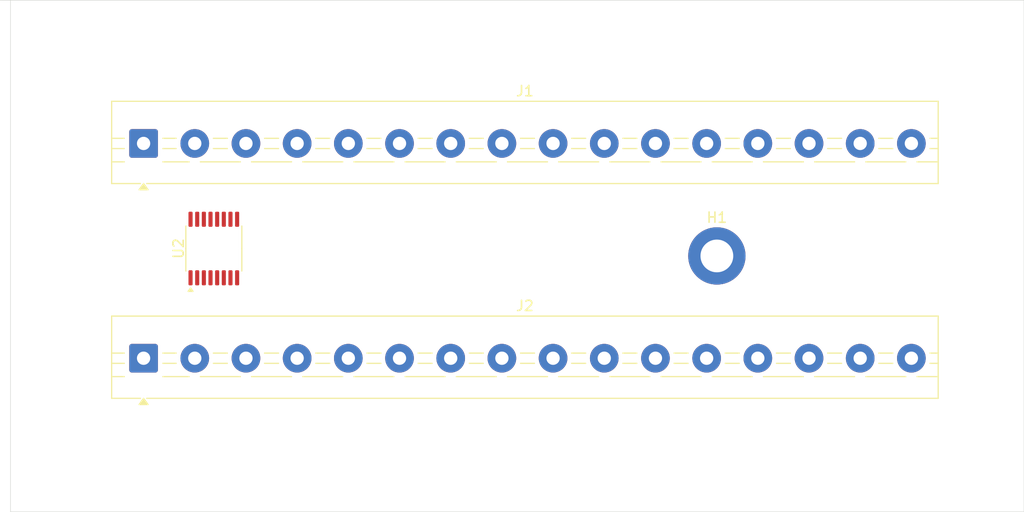
<source format=kicad_pcb>
(kicad_pcb (version 20241229) (generator "pcbnew") (generator_version "9.0")
  (layers (0 "F.Cu" signal) (2 "B.Cu" signal) (13 "F.Paste" user) (15 "B.Paste" user) (5 "F.SilkS" user "F.Silkscreen") (7 "B.SilkS" user "B.Silkscreen") (1 "F.Mask" user) (3 "B.Mask" user) (25 "Edge.Cuts" user))
  (net 0 "")
  (footprint "MountingHole:MountingHole_3.2mm_M3_DIN965_Pad" (layer "F.Cu") (at 170 124)
    (property "Reference" "H1" (at 0 -3.75 0) (layer "F.SilkS"))
    (property "Value" "MountingHole_3.2mm_M3_DIN965_Pad" (hide yes))
    (pad "1" thru_hole circle (at 0 0) (size 5.6 5.6) (drill 3.2) (layers "*.Cu" "*.Mask"))
  )
  (footprint "Package_SO:TSSOP-16_4.4x5mm_P0.65mm" (layer "F.Cu") (at 120.8625 123.275 90)
    (property "Reference" "U2" (at 0 -3.45 90) (layer "F.SilkS"))
    (property "Value" "DRV8833PW")
    (fp_line (start 0 -2.735) (end 2.2 -2.735) (stroke (width 0.12)) (layer "F.SilkS"))
    (fp_line (start 0 -2.735) (end -2.2 -2.735) (stroke (width 0.12)) (layer "F.SilkS"))
    (fp_line (start 0 2.735) (end 2.2 2.735) (stroke (width 0.12)) (layer "F.SilkS"))
    (fp_line (start 0 2.735) (end -2.2 2.735) (stroke (width 0.12)) (layer "F.SilkS"))
    (fp_poly (pts (xy -3.86 -2.275) (xy -4.19 -2.035) (xy -4.19 -2.515)) (stroke (width 0.12)) (fill yes) (layer "F.SilkS"))
    (pad "1" smd roundrect (at -2.8625 -2.275 90) (size 1.475 0.4) (layers "F.Cu" "F.Mask" "F.Paste"))
    (pad "2" smd roundrect (at -2.8625 -1.625 90) (size 1.475 0.4) (layers "F.Cu" "F.Mask" "F.Paste"))
    (pad "3" smd roundrect (at -2.8625 -0.975 90) (size 1.475 0.4) (layers "F.Cu" "F.Mask" "F.Paste"))
    (pad "4" smd roundrect (at -2.8625 -0.325 90) (size 1.475 0.4) (layers "F.Cu" "F.Mask" "F.Paste"))
    (pad "5" smd roundrect (at -2.8625 0.325 90) (size 1.475 0.4) (layers "F.Cu" "F.Mask" "F.Paste"))
    (pad "6" smd roundrect (at -2.8625 0.975 90) (size 1.475 0.4) (layers "F.Cu" "F.Mask" "F.Paste"))
    (pad "7" smd roundrect (at -2.8625 1.625 90) (size 1.475 0.4) (layers "F.Cu" "F.Mask" "F.Paste"))
    (pad "8" smd roundrect (at -2.8625 2.275 90) (size 1.475 0.4) (layers "F.Cu" "F.Mask" "F.Paste"))
    (pad "9" smd roundrect (at 2.8625 2.275 90) (size 1.475 0.4) (layers "F.Cu" "F.Mask" "F.Paste"))
    (pad "10" smd roundrect (at 2.8625 1.625 90) (size 1.475 0.4) (layers "F.Cu" "F.Mask" "F.Paste"))
    (pad "11" smd roundrect (at 2.8625 0.975 90) (size 1.475 0.4) (layers "F.Cu" "F.Mask" "F.Paste"))
    (pad "12" smd roundrect (at 2.8625 0.325 90) (size 1.475 0.4) (layers "F.Cu" "F.Mask" "F.Paste"))
    (pad "13" smd roundrect (at 2.8625 -0.325 90) (size 1.475 0.4) (layers "F.Cu" "F.Mask" "F.Paste"))
    (pad "14" smd roundrect (at 2.8625 -0.975 90) (size 1.475 0.4) (layers "F.Cu" "F.Mask" "F.Paste"))
    (pad "15" smd roundrect (at 2.8625 -1.625 90) (size 1.475 0.4) (layers "F.Cu" "F.Mask" "F.Paste"))
    (pad "16" smd roundrect (at 2.8625 -2.275 90) (size 1.475 0.4) (layers "F.Cu" "F.Mask" "F.Paste"))
  )
  (footprint "TerminalBlock:TerminalBlock_MaiXu_MX126-5.0-16P_1x16_P5.00mm" (layer "F.Cu") (at 114 113)
    (property "Reference" "J1" (at 37.25 -5.12 0) (layer "F.SilkS"))
    (property "Value" "Screw_Terminal_01x16" (hide yes))
    (fp_line (start -3.12 -4.12) (end 77.62 -4.12) (stroke (width 0.12)) (layer "F.SilkS"))
    (fp_line (start -3.12 -0.5) (end -1.88 -0.5) (stroke (width 0.12)) (layer "F.SilkS"))
    (fp_line (start -3.12 0.5) (end -1.88 0.5) (stroke (width 0.12)) (layer "F.SilkS"))
    (fp_line (start -3.12 1.8) (end -1.88 1.8) (stroke (width 0.12)) (layer "F.SilkS"))
    (fp_line (start -3.12 3.92) (end -3.12 -4.12) (stroke (width 0.12)) (layer "F.SilkS"))
    (fp_line (start -0.3 3.92) (end -3.12 3.92) (stroke (width 0.12)) (layer "F.SilkS"))
    (fp_line (start 1.88 -0.5) (end 3.188 -0.5) (stroke (width 0.12)) (layer "F.SilkS"))
    (fp_line (start 1.88 0.5) (end 3.188 0.5) (stroke (width 0.12)) (layer "F.SilkS"))
    (fp_line (start 1.88 1.8) (end 4.457 1.8) (stroke (width 0.12)) (layer "F.SilkS"))
    (fp_line (start 5.543 1.8) (end 9.457 1.8) (stroke (width 0.12)) (layer "F.SilkS"))
    (fp_line (start 6.812 -0.5) (end 8.188 -0.5) (stroke (width 0.12)) (layer "F.SilkS"))
    (fp_line (start 6.812 0.5) (end 8.188 0.5) (stroke (width 0.12)) (layer "F.SilkS"))
    (fp_line (start 10.543 1.8) (end 14.457 1.8) (stroke (width 0.12)) (layer "F.SilkS"))
    (fp_line (start 11.812 -0.5) (end 13.188 -0.5) (stroke (width 0.12)) (layer "F.SilkS"))
    (fp_line (start 11.812 0.5) (end 13.188 0.5) (stroke (width 0.12)) (layer "F.SilkS"))
    (fp_line (start 15.543 1.8) (end 19.457 1.8) (stroke (width 0.12)) (layer "F.SilkS"))
    (fp_line (start 16.812 -0.5) (end 18.188 -0.5) (stroke (width 0.12)) (layer "F.SilkS"))
    (fp_line (start 16.812 0.5) (end 18.188 0.5) (stroke (width 0.12)) (layer "F.SilkS"))
    (fp_line (start 20.543 1.8) (end 24.457 1.8) (stroke (width 0.12)) (layer "F.SilkS"))
    (fp_line (start 21.812 -0.5) (end 23.188 -0.5) (stroke (width 0.12)) (layer "F.SilkS"))
    (fp_line (start 21.812 0.5) (end 23.188 0.5) (stroke (width 0.12)) (layer "F.SilkS"))
    (fp_line (start 25.543 1.8) (end 29.457 1.8) (stroke (width 0.12)) (layer "F.SilkS"))
    (fp_line (start 26.812 -0.5) (end 28.188 -0.5) (stroke (width 0.12)) (layer "F.SilkS"))
    (fp_line (start 26.812 0.5) (end 28.188 0.5) (stroke (width 0.12)) (layer "F.SilkS"))
    (fp_line (start 30.543 1.8) (end 34.457 1.8) (stroke (width 0.12)) (layer "F.SilkS"))
    (fp_line (start 31.812 -0.5) (end 33.188 -0.5) (stroke (width 0.12)) (layer "F.SilkS"))
    (fp_line (start 31.812 0.5) (end 33.188 0.5) (stroke (width 0.12)) (layer "F.SilkS"))
    (fp_line (start 35.543 1.8) (end 39.457 1.8) (stroke (width 0.12)) (layer "F.SilkS"))
    (fp_line (start 36.812 -0.5) (end 38.188 -0.5) (stroke (width 0.12)) (layer "F.SilkS"))
    (fp_line (start 36.812 0.5) (end 38.188 0.5) (stroke (width 0.12)) (layer "F.SilkS"))
    (fp_line (start 40.543 1.8) (end 44.457 1.8) (stroke (width 0.12)) (layer "F.SilkS"))
    (fp_line (start 41.812 -0.5) (end 43.188 -0.5) (stroke (width 0.12)) (layer "F.SilkS"))
    (fp_line (start 41.812 0.5) (end 43.188 0.5) (stroke (width 0.12)) (layer "F.SilkS"))
    (fp_line (start 45.543 1.8) (end 49.457 1.8) (stroke (width 0.12)) (layer "F.SilkS"))
    (fp_line (start 46.812 -0.5) (end 48.188 -0.5) (stroke (width 0.12)) (layer "F.SilkS"))
    (fp_line (start 46.812 0.5) (end 48.188 0.5) (stroke (width 0.12)) (layer "F.SilkS"))
    (fp_line (start 50.543 1.8) (end 54.457 1.8) (stroke (width 0.12)) (layer "F.SilkS"))
    (fp_line (start 51.812 -0.5) (end 53.188 -0.5) (stroke (width 0.12)) (layer "F.SilkS"))
    (fp_line (start 51.812 0.5) (end 53.188 0.5) (stroke (width 0.12)) (layer "F.SilkS"))
    (fp_line (start 55.543 1.8) (end 59.457 1.8) (stroke (width 0.12)) (layer "F.SilkS"))
    (fp_line (start 56.812 -0.5) (end 58.188 -0.5) (stroke (width 0.12)) (layer "F.SilkS"))
    (fp_line (start 56.812 0.5) (end 58.188 0.5) (stroke (width 0.12)) (layer "F.SilkS"))
    (fp_line (start 60.543 1.8) (end 64.457 1.8) (stroke (width 0.12)) (layer "F.SilkS"))
    (fp_line (start 61.812 -0.5) (end 63.188 -0.5) (stroke (width 0.12)) (layer "F.SilkS"))
    (fp_line (start 61.812 0.5) (end 63.188 0.5) (stroke (width 0.12)) (layer "F.SilkS"))
    (fp_line (start 65.543 1.8) (end 69.457 1.8) (stroke (width 0.12)) (layer "F.SilkS"))
    (fp_line (start 66.812 -0.5) (end 68.188 -0.5) (stroke (width 0.12)) (layer "F.SilkS"))
    (fp_line (start 66.812 0.5) (end 68.188 0.5) (stroke (width 0.12)) (layer "F.SilkS"))
    (fp_line (start 70.543 1.8) (end 74.457 1.8) (stroke (width 0.12)) (layer "F.SilkS"))
    (fp_line (start 71.812 -0.5) (end 73.188 -0.5) (stroke (width 0.12)) (layer "F.SilkS"))
    (fp_line (start 71.812 0.5) (end 73.188 0.5) (stroke (width 0.12)) (layer "F.SilkS"))
    (fp_line (start 75.543 1.8) (end 77.62 1.8) (stroke (width 0.12)) (layer "F.SilkS"))
    (fp_line (start 76.812 -0.5) (end 77.62 -0.5) (stroke (width 0.12)) (layer "F.SilkS"))
    (fp_line (start 76.812 0.5) (end 77.62 0.5) (stroke (width 0.12)) (layer "F.SilkS"))
    (fp_line (start 77.62 -4.12) (end 77.62 3.92) (stroke (width 0.12)) (layer "F.SilkS"))
    (fp_line (start 77.62 3.92) (end 0.3 3.92) (stroke (width 0.12)) (layer "F.SilkS"))
    (fp_poly (pts (xy 0 3.92) (xy 0.44 4.53) (xy -0.44 4.53)) (stroke (width 0.12)) (fill yes) (layer "F.SilkS"))
    (pad "1" thru_hole roundrect (at 0 0) (size 2.8 2.8) (drill 1.3) (layers "*.Cu" "*.Mask") (roundrect_rratio 0.089286))
    (pad "2" thru_hole circle (at 5 0) (size 2.8 2.8) (drill 1.3) (layers "*.Cu" "*.Mask"))
    (pad "3" thru_hole circle (at 10 0) (size 2.8 2.8) (drill 1.3) (layers "*.Cu" "*.Mask"))
    (pad "4" thru_hole circle (at 15 0) (size 2.8 2.8) (drill 1.3) (layers "*.Cu" "*.Mask"))
    (pad "5" thru_hole circle (at 20 0) (size 2.8 2.8) (drill 1.3) (layers "*.Cu" "*.Mask"))
    (pad "6" thru_hole circle (at 25 0) (size 2.8 2.8) (drill 1.3) (layers "*.Cu" "*.Mask"))
    (pad "7" thru_hole circle (at 30 0) (size 2.8 2.8) (drill 1.3) (layers "*.Cu" "*.Mask"))
    (pad "8" thru_hole circle (at 35 0) (size 2.8 2.8) (drill 1.3) (layers "*.Cu" "*.Mask"))
    (pad "9" thru_hole circle (at 40 0) (size 2.8 2.8) (drill 1.3) (layers "*.Cu" "*.Mask"))
    (pad "10" thru_hole circle (at 45 0) (size 2.8 2.8) (drill 1.3) (layers "*.Cu" "*.Mask"))
    (pad "11" thru_hole circle (at 50 0) (size 2.8 2.8) (drill 1.3) (layers "*.Cu" "*.Mask"))
    (pad "12" thru_hole circle (at 55 0) (size 2.8 2.8) (drill 1.3) (layers "*.Cu" "*.Mask"))
    (pad "13" thru_hole circle (at 60 0) (size 2.8 2.8) (drill 1.3) (layers "*.Cu" "*.Mask"))
    (pad "14" thru_hole circle (at 65 0) (size 2.8 2.8) (drill 1.3) (layers "*.Cu" "*.Mask"))
    (pad "15" thru_hole circle (at 70 0) (size 2.8 2.8) (drill 1.3) (layers "*.Cu" "*.Mask"))
    (pad "16" thru_hole circle (at 75 0) (size 2.8 2.8) (drill 1.3) (layers "*.Cu" "*.Mask"))
  )
  (footprint "TerminalBlock:TerminalBlock_MaiXu_MX126-5.0-16P_1x16_P5.00mm" (layer "F.Cu") (at 114 134)
    (property "Reference" "J2" (at 37.25 -5.12 0) (layer "F.SilkS"))
    (property "Value" "Screw_Terminal_01x16" (hide yes))
    (fp_line (start -3.12 -4.12) (end 77.62 -4.12) (stroke (width 0.12)) (layer "F.SilkS"))
    (fp_line (start -3.12 -0.5) (end -1.88 -0.5) (stroke (width 0.12)) (layer "F.SilkS"))
    (fp_line (start -3.12 0.5) (end -1.88 0.5) (stroke (width 0.12)) (layer "F.SilkS"))
    (fp_line (start -3.12 1.8) (end -1.88 1.8) (stroke (width 0.12)) (layer "F.SilkS"))
    (fp_line (start -3.12 3.92) (end -3.12 -4.12) (stroke (width 0.12)) (layer "F.SilkS"))
    (fp_line (start -0.3 3.92) (end -3.12 3.92) (stroke (width 0.12)) (layer "F.SilkS"))
    (fp_line (start 1.88 -0.5) (end 3.188 -0.5) (stroke (width 0.12)) (layer "F.SilkS"))
    (fp_line (start 1.88 0.5) (end 3.188 0.5) (stroke (width 0.12)) (layer "F.SilkS"))
    (fp_line (start 1.88 1.8) (end 4.457 1.8) (stroke (width 0.12)) (layer "F.SilkS"))
    (fp_line (start 5.543 1.8) (end 9.457 1.8) (stroke (width 0.12)) (layer "F.SilkS"))
    (fp_line (start 6.812 -0.5) (end 8.188 -0.5) (stroke (width 0.12)) (layer "F.SilkS"))
    (fp_line (start 6.812 0.5) (end 8.188 0.5) (stroke (width 0.12)) (layer "F.SilkS"))
    (fp_line (start 10.543 1.8) (end 14.457 1.8) (stroke (width 0.12)) (layer "F.SilkS"))
    (fp_line (start 11.812 -0.5) (end 13.188 -0.5) (stroke (width 0.12)) (layer "F.SilkS"))
    (fp_line (start 11.812 0.5) (end 13.188 0.5) (stroke (width 0.12)) (layer "F.SilkS"))
    (fp_line (start 15.543 1.8) (end 19.457 1.8) (stroke (width 0.12)) (layer "F.SilkS"))
    (fp_line (start 16.812 -0.5) (end 18.188 -0.5) (stroke (width 0.12)) (layer "F.SilkS"))
    (fp_line (start 16.812 0.5) (end 18.188 0.5) (stroke (width 0.12)) (layer "F.SilkS"))
    (fp_line (start 20.543 1.8) (end 24.457 1.8) (stroke (width 0.12)) (layer "F.SilkS"))
    (fp_line (start 21.812 -0.5) (end 23.188 -0.5) (stroke (width 0.12)) (layer "F.SilkS"))
    (fp_line (start 21.812 0.5) (end 23.188 0.5) (stroke (width 0.12)) (layer "F.SilkS"))
    (fp_line (start 25.543 1.8) (end 29.457 1.8) (stroke (width 0.12)) (layer "F.SilkS"))
    (fp_line (start 26.812 -0.5) (end 28.188 -0.5) (stroke (width 0.12)) (layer "F.SilkS"))
    (fp_line (start 26.812 0.5) (end 28.188 0.5) (stroke (width 0.12)) (layer "F.SilkS"))
    (fp_line (start 30.543 1.8) (end 34.457 1.8) (stroke (width 0.12)) (layer "F.SilkS"))
    (fp_line (start 31.812 -0.5) (end 33.188 -0.5) (stroke (width 0.12)) (layer "F.SilkS"))
    (fp_line (start 31.812 0.5) (end 33.188 0.5) (stroke (width 0.12)) (layer "F.SilkS"))
    (fp_line (start 35.543 1.8) (end 39.457 1.8) (stroke (width 0.12)) (layer "F.SilkS"))
    (fp_line (start 36.812 -0.5) (end 38.188 -0.5) (stroke (width 0.12)) (layer "F.SilkS"))
    (fp_line (start 36.812 0.5) (end 38.188 0.5) (stroke (width 0.12)) (layer "F.SilkS"))
    (fp_line (start 40.543 1.8) (end 44.457 1.8) (stroke (width 0.12)) (layer "F.SilkS"))
    (fp_line (start 41.812 -0.5) (end 43.188 -0.5) (stroke (width 0.12)) (layer "F.SilkS"))
    (fp_line (start 41.812 0.5) (end 43.188 0.5) (stroke (width 0.12)) (layer "F.SilkS"))
    (fp_line (start 45.543 1.8) (end 49.457 1.8) (stroke (width 0.12)) (layer "F.SilkS"))
    (fp_line (start 46.812 -0.5) (end 48.188 -0.5) (stroke (width 0.12)) (layer "F.SilkS"))
    (fp_line (start 46.812 0.5) (end 48.188 0.5) (stroke (width 0.12)) (layer "F.SilkS"))
    (fp_line (start 50.543 1.8) (end 54.457 1.8) (stroke (width 0.12)) (layer "F.SilkS"))
    (fp_line (start 51.812 -0.5) (end 53.188 -0.5) (stroke (width 0.12)) (layer "F.SilkS"))
    (fp_line (start 51.812 0.5) (end 53.188 0.5) (stroke (width 0.12)) (layer "F.SilkS"))
    (fp_line (start 55.543 1.8) (end 59.457 1.8) (stroke (width 0.12)) (layer "F.SilkS"))
    (fp_line (start 56.812 -0.5) (end 58.188 -0.5) (stroke (width 0.12)) (layer "F.SilkS"))
    (fp_line (start 56.812 0.5) (end 58.188 0.5) (stroke (width 0.12)) (layer "F.SilkS"))
    (fp_line (start 60.543 1.8) (end 64.457 1.8) (stroke (width 0.12)) (layer "F.SilkS"))
    (fp_line (start 61.812 -0.5) (end 63.188 -0.5) (stroke (width 0.12)) (layer "F.SilkS"))
    (fp_line (start 61.812 0.5) (end 63.188 0.5) (stroke (width 0.12)) (layer "F.SilkS"))
    (fp_line (start 65.543 1.8) (end 69.457 1.8) (stroke (width 0.12)) (layer "F.SilkS"))
    (fp_line (start 66.812 -0.5) (end 68.188 -0.5) (stroke (width 0.12)) (layer "F.SilkS"))
    (fp_line (start 66.812 0.5) (end 68.188 0.5) (stroke (width 0.12)) (layer "F.SilkS"))
    (fp_line (start 70.543 1.8) (end 74.457 1.8) (stroke (width 0.12)) (layer "F.SilkS"))
    (fp_line (start 71.812 -0.5) (end 73.188 -0.5) (stroke (width 0.12)) (layer "F.SilkS"))
    (fp_line (start 71.812 0.5) (end 73.188 0.5) (stroke (width 0.12)) (layer "F.SilkS"))
    (fp_line (start 75.543 1.8) (end 77.62 1.8) (stroke (width 0.12)) (layer "F.SilkS"))
    (fp_line (start 76.812 -0.5) (end 77.62 -0.5) (stroke (width 0.12)) (layer "F.SilkS"))
    (fp_line (start 76.812 0.5) (end 77.62 0.5) (stroke (width 0.12)) (layer "F.SilkS"))
    (fp_line (start 77.62 -4.12) (end 77.62 3.92) (stroke (width 0.12)) (layer "F.SilkS"))
    (fp_line (start 77.62 3.92) (end 0.3 3.92) (stroke (width 0.12)) (layer "F.SilkS"))
    (fp_poly (pts (xy 0 3.92) (xy 0.44 4.53) (xy -0.44 4.53)) (stroke (width 0.12)) (fill yes) (layer "F.SilkS"))
    (pad "1" thru_hole roundrect (at 0 0) (size 2.8 2.8) (drill 1.3) (layers "*.Cu" "*.Mask") (roundrect_rratio 0.089286))
    (pad "2" thru_hole circle (at 5 0) (size 2.8 2.8) (drill 1.3) (layers "*.Cu" "*.Mask"))
    (pad "3" thru_hole circle (at 10 0) (size 2.8 2.8) (drill 1.3) (layers "*.Cu" "*.Mask"))
    (pad "4" thru_hole circle (at 15 0) (size 2.8 2.8) (drill 1.3) (layers "*.Cu" "*.Mask"))
    (pad "5" thru_hole circle (at 20 0) (size 2.8 2.8) (drill 1.3) (layers "*.Cu" "*.Mask"))
    (pad "6" thru_hole circle (at 25 0) (size 2.8 2.8) (drill 1.3) (layers "*.Cu" "*.Mask"))
    (pad "7" thru_hole circle (at 30 0) (size 2.8 2.8) (drill 1.3) (layers "*.Cu" "*.Mask"))
    (pad "8" thru_hole circle (at 35 0) (size 2.8 2.8) (drill 1.3) (layers "*.Cu" "*.Mask"))
    (pad "9" thru_hole circle (at 40 0) (size 2.8 2.8) (drill 1.3) (layers "*.Cu" "*.Mask"))
    (pad "10" thru_hole circle (at 45 0) (size 2.8 2.8) (drill 1.3) (layers "*.Cu" "*.Mask"))
    (pad "11" thru_hole circle (at 50 0) (size 2.8 2.8) (drill 1.3) (layers "*.Cu" "*.Mask"))
    (pad "12" thru_hole circle (at 55 0) (size 2.8 2.8) (drill 1.3) (layers "*.Cu" "*.Mask"))
    (pad "13" thru_hole circle (at 60 0) (size 2.8 2.8) (drill 1.3) (layers "*.Cu" "*.Mask"))
    (pad "14" thru_hole circle (at 65 0) (size 2.8 2.8) (drill 1.3) (layers "*.Cu" "*.Mask"))
    (pad "15" thru_hole circle (at 70 0) (size 2.8 2.8) (drill 1.3) (layers "*.Cu" "*.Mask"))
    (pad "16" thru_hole circle (at 75 0) (size 2.8 2.8) (drill 1.3) (layers "*.Cu" "*.Mask"))
  )
  (gr_line (start 100 99) (end 200 99) (stroke (width 0.05)) (layer "Edge.Cuts"))
  (gr_line (start 200 99) (end 200 149) (stroke (width 0.05)) (layer "Edge.Cuts"))
  (gr_line (start 200 149) (end 101 149) (stroke (width 0.05)) (layer "Edge.Cuts"))
  (gr_line (start 101 149) (end 101 99) (stroke (width 0.05)) (layer "Edge.Cuts"))
)
</source>
